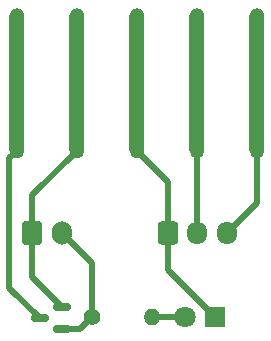
<source format=gbr>
%TF.GenerationSoftware,KiCad,Pcbnew,8.0.1*%
%TF.CreationDate,2024-05-01T10:03:54+09:00*%
%TF.ProjectId,LaserControlConnector,4c617365-7243-46f6-9e74-726f6c436f6e,rev?*%
%TF.SameCoordinates,Original*%
%TF.FileFunction,Copper,L1,Top*%
%TF.FilePolarity,Positive*%
%FSLAX46Y46*%
G04 Gerber Fmt 4.6, Leading zero omitted, Abs format (unit mm)*
G04 Created by KiCad (PCBNEW 8.0.1) date 2024-05-01 10:03:54*
%MOMM*%
%LPD*%
G01*
G04 APERTURE LIST*
G04 Aperture macros list*
%AMRoundRect*
0 Rectangle with rounded corners*
0 $1 Rounding radius*
0 $2 $3 $4 $5 $6 $7 $8 $9 X,Y pos of 4 corners*
0 Add a 4 corners polygon primitive as box body*
4,1,4,$2,$3,$4,$5,$6,$7,$8,$9,$2,$3,0*
0 Add four circle primitives for the rounded corners*
1,1,$1+$1,$2,$3*
1,1,$1+$1,$4,$5*
1,1,$1+$1,$6,$7*
1,1,$1+$1,$8,$9*
0 Add four rect primitives between the rounded corners*
20,1,$1+$1,$2,$3,$4,$5,0*
20,1,$1+$1,$4,$5,$6,$7,0*
20,1,$1+$1,$6,$7,$8,$9,0*
20,1,$1+$1,$8,$9,$2,$3,0*%
G04 Aperture macros list end*
%TA.AperFunction,SMDPad,CuDef*%
%ADD10RoundRect,0.635000X-0.000010X-5.715000X0.000010X-5.715000X0.000010X5.715000X-0.000010X5.715000X0*%
%TD*%
%TA.AperFunction,ComponentPad*%
%ADD11C,1.270000*%
%TD*%
%TA.AperFunction,SMDPad,CuDef*%
%ADD12RoundRect,0.150000X0.587500X0.150000X-0.587500X0.150000X-0.587500X-0.150000X0.587500X-0.150000X0*%
%TD*%
%TA.AperFunction,ComponentPad*%
%ADD13RoundRect,0.250000X-0.600000X-0.750000X0.600000X-0.750000X0.600000X0.750000X-0.600000X0.750000X0*%
%TD*%
%TA.AperFunction,ComponentPad*%
%ADD14O,1.700000X2.000000*%
%TD*%
%TA.AperFunction,ComponentPad*%
%ADD15C,1.400000*%
%TD*%
%TA.AperFunction,ComponentPad*%
%ADD16O,1.400000X1.400000*%
%TD*%
%TA.AperFunction,ComponentPad*%
%ADD17RoundRect,0.250000X-0.600000X-0.725000X0.600000X-0.725000X0.600000X0.725000X-0.600000X0.725000X0*%
%TD*%
%TA.AperFunction,ComponentPad*%
%ADD18O,1.700000X1.950000*%
%TD*%
%TA.AperFunction,ComponentPad*%
%ADD19R,1.800000X1.800000*%
%TD*%
%TA.AperFunction,ComponentPad*%
%ADD20C,1.800000*%
%TD*%
%TA.AperFunction,Conductor*%
%ADD21C,0.500000*%
%TD*%
G04 APERTURE END LIST*
D10*
%TO.P,JP2-L1,1,Pin_1*%
%TO.N,Net-(D2-K)*%
X137160000Y-76200000D03*
D11*
X137160000Y-81915000D03*
%TD*%
D12*
%TO.P,Q2,1,G*%
%TO.N,Net-(J2-Pin_2)*%
X135890000Y-97028000D03*
%TO.P,Q2,2,S*%
%TO.N,Net-(D2-K)*%
X135890000Y-95128000D03*
%TO.P,Q2,3,D*%
%TO.N,Net-(JP2-P1-Pin_1)*%
X134015000Y-96078000D03*
%TD*%
D13*
%TO.P,J2,1,Pin_1*%
%TO.N,Net-(D2-K)*%
X133390000Y-88900000D03*
D14*
%TO.P,J2,2,Pin_2*%
%TO.N,Net-(J2-Pin_2)*%
X135890000Y-88900000D03*
%TD*%
D10*
%TO.P,JP2-G2,1,Pin_1*%
%TO.N,Net-(D2-K)*%
X142240000Y-76200000D03*
D11*
X142240000Y-81915000D03*
%TD*%
D10*
%TO.P,JP2-P1,1,Pin_1*%
%TO.N,Net-(JP2-P1-Pin_1)*%
X132080000Y-76200000D03*
D11*
X132080000Y-81915000D03*
%TD*%
D10*
%TO.P,JP2-IN1,1,Pin_1*%
%TO.N,Net-(J1-Pin_2)*%
X147320000Y-76200000D03*
D11*
X147320000Y-81915000D03*
%TD*%
D15*
%TO.P,R3,1*%
%TO.N,Net-(J2-Pin_2)*%
X138430000Y-96012000D03*
D16*
%TO.P,R3,2*%
%TO.N,Net-(D2-A)*%
X143510000Y-96012000D03*
%TD*%
D17*
%TO.P,J1,1,Pin_1*%
%TO.N,Net-(D2-K)*%
X144860000Y-88900000D03*
D18*
%TO.P,J1,2,Pin_2*%
%TO.N,Net-(J1-Pin_2)*%
X147360000Y-88900000D03*
%TO.P,J1,3,Pin_3*%
%TO.N,+5V*%
X149860000Y-88900000D03*
%TD*%
D19*
%TO.P,D2,1,K*%
%TO.N,Net-(D2-K)*%
X148844000Y-96012000D03*
D20*
%TO.P,D2,2,A*%
%TO.N,Net-(D2-A)*%
X146304000Y-96012000D03*
%TD*%
D10*
%TO.P,JP2-5V1,1,Pin_1*%
%TO.N,+5V*%
X152400000Y-76200000D03*
D11*
X152400000Y-81915000D03*
%TD*%
D21*
%TO.N,Net-(D2-K)*%
X144860000Y-88900000D02*
X144860000Y-92028000D01*
X144860000Y-92028000D02*
X148844000Y-96012000D01*
X133390000Y-92628000D02*
X133390000Y-88900000D01*
X135890000Y-95128000D02*
X133390000Y-92628000D01*
X144860000Y-84535000D02*
X144860000Y-88900000D01*
X133390000Y-88900000D02*
X133390000Y-85685000D01*
X142240000Y-81915000D02*
X144860000Y-84535000D01*
X133390000Y-85685000D02*
X137160000Y-81915000D01*
%TO.N,Net-(D2-A)*%
X143510000Y-96012000D02*
X146304000Y-96012000D01*
%TO.N,Net-(J1-Pin_2)*%
X147320000Y-81915000D02*
X147320000Y-88860000D01*
X147320000Y-88860000D02*
X147360000Y-88900000D01*
%TO.N,+5V*%
X152400000Y-81915000D02*
X152400000Y-86360000D01*
X152400000Y-86360000D02*
X149860000Y-88900000D01*
%TO.N,Net-(JP2-P1-Pin_1)*%
X134015000Y-96078000D02*
X131445000Y-93508000D01*
X131445000Y-93508000D02*
X131445000Y-82550000D01*
X131445000Y-82550000D02*
X132080000Y-81915000D01*
%TO.N,Net-(J2-Pin_2)*%
X138430000Y-91440000D02*
X138430000Y-96012000D01*
X135890000Y-97028000D02*
X137414000Y-97028000D01*
X137414000Y-97028000D02*
X138430000Y-96012000D01*
X135890000Y-88900000D02*
X138430000Y-91440000D01*
%TD*%
M02*

</source>
